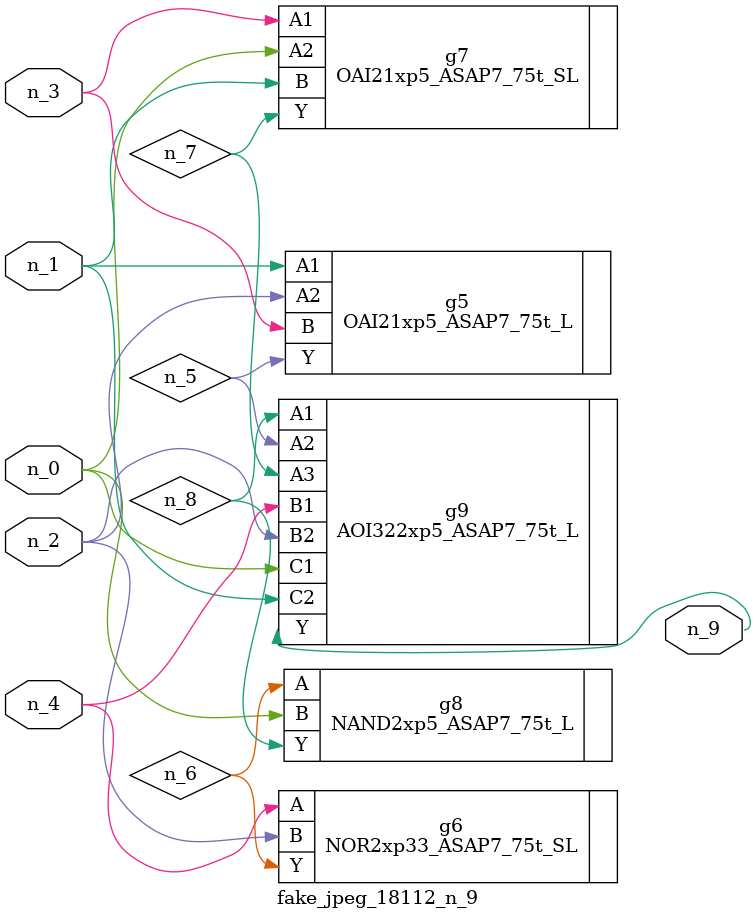
<source format=v>
module fake_jpeg_18112_n_9 (n_3, n_2, n_1, n_0, n_4, n_9);

input n_3;
input n_2;
input n_1;
input n_0;
input n_4;

output n_9;

wire n_8;
wire n_6;
wire n_5;
wire n_7;

OAI21xp5_ASAP7_75t_L g5 ( 
.A1(n_1),
.A2(n_2),
.B(n_3),
.Y(n_5)
);

NOR2xp33_ASAP7_75t_SL g6 ( 
.A(n_4),
.B(n_2),
.Y(n_6)
);

OAI21xp5_ASAP7_75t_SL g7 ( 
.A1(n_3),
.A2(n_0),
.B(n_1),
.Y(n_7)
);

NAND2xp5_ASAP7_75t_L g8 ( 
.A(n_6),
.B(n_0),
.Y(n_8)
);

AOI322xp5_ASAP7_75t_L g9 ( 
.A1(n_8),
.A2(n_5),
.A3(n_7),
.B1(n_4),
.B2(n_2),
.C1(n_0),
.C2(n_1),
.Y(n_9)
);


endmodule
</source>
